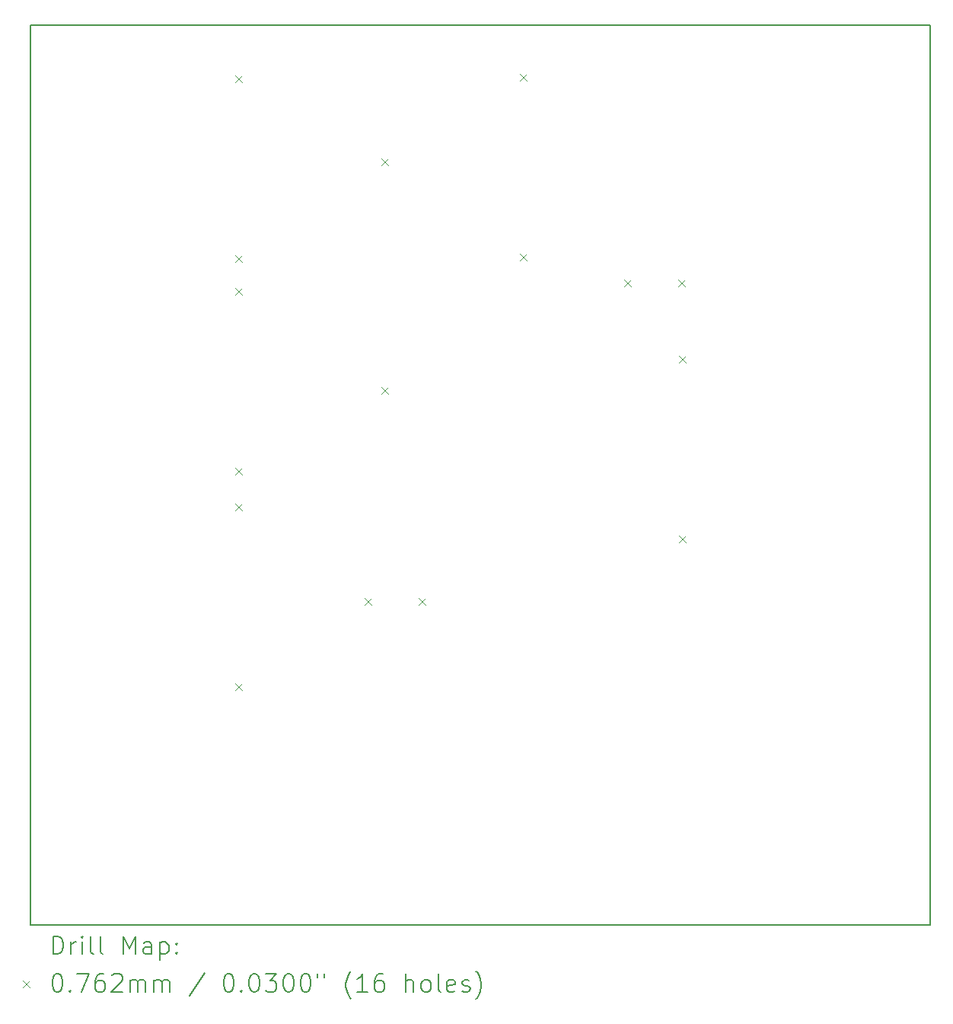
<source format=gbr>
%TF.GenerationSoftware,KiCad,Pcbnew,(6.0.7)*%
%TF.CreationDate,2022-09-05T15:15:02+08:00*%
%TF.ProjectId,6_7,365f372e-6b69-4636-9164-5f7063625858,rev?*%
%TF.SameCoordinates,Original*%
%TF.FileFunction,Drillmap*%
%TF.FilePolarity,Positive*%
%FSLAX45Y45*%
G04 Gerber Fmt 4.5, Leading zero omitted, Abs format (unit mm)*
G04 Created by KiCad (PCBNEW (6.0.7)) date 2022-09-05 15:15:02*
%MOMM*%
%LPD*%
G01*
G04 APERTURE LIST*
%ADD10C,0.200000*%
%ADD11C,0.076200*%
G04 APERTURE END LIST*
D10*
X1200000Y-1200000D02*
X11200000Y-1200000D01*
X11200000Y-1200000D02*
X11200000Y-11200000D01*
X11200000Y-11200000D02*
X1200000Y-11200000D01*
X1200000Y-11200000D02*
X1200000Y-1200000D01*
D11*
X3469640Y-1753360D02*
X3545840Y-1829560D01*
X3545840Y-1753360D02*
X3469640Y-1829560D01*
X3469640Y-3753360D02*
X3545840Y-3829560D01*
X3545840Y-3753360D02*
X3469640Y-3829560D01*
X3469640Y-4115560D02*
X3545840Y-4191760D01*
X3545840Y-4115560D02*
X3469640Y-4191760D01*
X3469640Y-6115560D02*
X3545840Y-6191760D01*
X3545840Y-6115560D02*
X3469640Y-6191760D01*
X3469640Y-6513320D02*
X3545840Y-6589520D01*
X3545840Y-6513320D02*
X3469640Y-6589520D01*
X3469640Y-8513320D02*
X3545840Y-8589520D01*
X3545840Y-8513320D02*
X3469640Y-8589520D01*
X4914620Y-7561580D02*
X4990820Y-7637780D01*
X4990820Y-7561580D02*
X4914620Y-7637780D01*
X5100320Y-2677160D02*
X5176520Y-2753360D01*
X5176520Y-2677160D02*
X5100320Y-2753360D01*
X5100320Y-5217160D02*
X5176520Y-5293360D01*
X5176520Y-5217160D02*
X5100320Y-5293360D01*
X5514620Y-7561580D02*
X5590820Y-7637780D01*
X5590820Y-7561580D02*
X5514620Y-7637780D01*
X6642100Y-1735580D02*
X6718300Y-1811780D01*
X6718300Y-1735580D02*
X6642100Y-1811780D01*
X6642100Y-3735580D02*
X6718300Y-3811780D01*
X6718300Y-3735580D02*
X6642100Y-3811780D01*
X7800060Y-4023360D02*
X7876260Y-4099560D01*
X7876260Y-4023360D02*
X7800060Y-4099560D01*
X8400060Y-4023360D02*
X8476260Y-4099560D01*
X8476260Y-4023360D02*
X8400060Y-4099560D01*
X8409940Y-4869940D02*
X8486140Y-4946140D01*
X8486140Y-4869940D02*
X8409940Y-4946140D01*
X8409940Y-6869940D02*
X8486140Y-6946140D01*
X8486140Y-6869940D02*
X8409940Y-6946140D01*
D10*
X1447619Y-11520476D02*
X1447619Y-11320476D01*
X1495238Y-11320476D01*
X1523809Y-11330000D01*
X1542857Y-11349048D01*
X1552381Y-11368095D01*
X1561905Y-11406190D01*
X1561905Y-11434762D01*
X1552381Y-11472857D01*
X1542857Y-11491905D01*
X1523809Y-11510952D01*
X1495238Y-11520476D01*
X1447619Y-11520476D01*
X1647619Y-11520476D02*
X1647619Y-11387143D01*
X1647619Y-11425238D02*
X1657143Y-11406190D01*
X1666667Y-11396667D01*
X1685714Y-11387143D01*
X1704762Y-11387143D01*
X1771428Y-11520476D02*
X1771428Y-11387143D01*
X1771428Y-11320476D02*
X1761905Y-11330000D01*
X1771428Y-11339524D01*
X1780952Y-11330000D01*
X1771428Y-11320476D01*
X1771428Y-11339524D01*
X1895238Y-11520476D02*
X1876190Y-11510952D01*
X1866667Y-11491905D01*
X1866667Y-11320476D01*
X2000000Y-11520476D02*
X1980952Y-11510952D01*
X1971428Y-11491905D01*
X1971428Y-11320476D01*
X2228571Y-11520476D02*
X2228571Y-11320476D01*
X2295238Y-11463333D01*
X2361905Y-11320476D01*
X2361905Y-11520476D01*
X2542857Y-11520476D02*
X2542857Y-11415714D01*
X2533333Y-11396667D01*
X2514286Y-11387143D01*
X2476190Y-11387143D01*
X2457143Y-11396667D01*
X2542857Y-11510952D02*
X2523810Y-11520476D01*
X2476190Y-11520476D01*
X2457143Y-11510952D01*
X2447619Y-11491905D01*
X2447619Y-11472857D01*
X2457143Y-11453809D01*
X2476190Y-11444286D01*
X2523810Y-11444286D01*
X2542857Y-11434762D01*
X2638095Y-11387143D02*
X2638095Y-11587143D01*
X2638095Y-11396667D02*
X2657143Y-11387143D01*
X2695238Y-11387143D01*
X2714286Y-11396667D01*
X2723810Y-11406190D01*
X2733333Y-11425238D01*
X2733333Y-11482381D01*
X2723810Y-11501428D01*
X2714286Y-11510952D01*
X2695238Y-11520476D01*
X2657143Y-11520476D01*
X2638095Y-11510952D01*
X2819048Y-11501428D02*
X2828571Y-11510952D01*
X2819048Y-11520476D01*
X2809524Y-11510952D01*
X2819048Y-11501428D01*
X2819048Y-11520476D01*
X2819048Y-11396667D02*
X2828571Y-11406190D01*
X2819048Y-11415714D01*
X2809524Y-11406190D01*
X2819048Y-11396667D01*
X2819048Y-11415714D01*
D11*
X1113800Y-11811900D02*
X1190000Y-11888100D01*
X1190000Y-11811900D02*
X1113800Y-11888100D01*
D10*
X1485714Y-11740476D02*
X1504762Y-11740476D01*
X1523809Y-11750000D01*
X1533333Y-11759524D01*
X1542857Y-11778571D01*
X1552381Y-11816667D01*
X1552381Y-11864286D01*
X1542857Y-11902381D01*
X1533333Y-11921428D01*
X1523809Y-11930952D01*
X1504762Y-11940476D01*
X1485714Y-11940476D01*
X1466667Y-11930952D01*
X1457143Y-11921428D01*
X1447619Y-11902381D01*
X1438095Y-11864286D01*
X1438095Y-11816667D01*
X1447619Y-11778571D01*
X1457143Y-11759524D01*
X1466667Y-11750000D01*
X1485714Y-11740476D01*
X1638095Y-11921428D02*
X1647619Y-11930952D01*
X1638095Y-11940476D01*
X1628571Y-11930952D01*
X1638095Y-11921428D01*
X1638095Y-11940476D01*
X1714286Y-11740476D02*
X1847619Y-11740476D01*
X1761905Y-11940476D01*
X2009524Y-11740476D02*
X1971428Y-11740476D01*
X1952381Y-11750000D01*
X1942857Y-11759524D01*
X1923809Y-11788095D01*
X1914286Y-11826190D01*
X1914286Y-11902381D01*
X1923809Y-11921428D01*
X1933333Y-11930952D01*
X1952381Y-11940476D01*
X1990476Y-11940476D01*
X2009524Y-11930952D01*
X2019048Y-11921428D01*
X2028571Y-11902381D01*
X2028571Y-11854762D01*
X2019048Y-11835714D01*
X2009524Y-11826190D01*
X1990476Y-11816667D01*
X1952381Y-11816667D01*
X1933333Y-11826190D01*
X1923809Y-11835714D01*
X1914286Y-11854762D01*
X2104762Y-11759524D02*
X2114286Y-11750000D01*
X2133333Y-11740476D01*
X2180952Y-11740476D01*
X2200000Y-11750000D01*
X2209524Y-11759524D01*
X2219048Y-11778571D01*
X2219048Y-11797619D01*
X2209524Y-11826190D01*
X2095238Y-11940476D01*
X2219048Y-11940476D01*
X2304762Y-11940476D02*
X2304762Y-11807143D01*
X2304762Y-11826190D02*
X2314286Y-11816667D01*
X2333333Y-11807143D01*
X2361905Y-11807143D01*
X2380952Y-11816667D01*
X2390476Y-11835714D01*
X2390476Y-11940476D01*
X2390476Y-11835714D02*
X2400000Y-11816667D01*
X2419048Y-11807143D01*
X2447619Y-11807143D01*
X2466667Y-11816667D01*
X2476190Y-11835714D01*
X2476190Y-11940476D01*
X2571429Y-11940476D02*
X2571429Y-11807143D01*
X2571429Y-11826190D02*
X2580952Y-11816667D01*
X2600000Y-11807143D01*
X2628571Y-11807143D01*
X2647619Y-11816667D01*
X2657143Y-11835714D01*
X2657143Y-11940476D01*
X2657143Y-11835714D02*
X2666667Y-11816667D01*
X2685714Y-11807143D01*
X2714286Y-11807143D01*
X2733333Y-11816667D01*
X2742857Y-11835714D01*
X2742857Y-11940476D01*
X3133333Y-11730952D02*
X2961905Y-11988095D01*
X3390476Y-11740476D02*
X3409524Y-11740476D01*
X3428571Y-11750000D01*
X3438095Y-11759524D01*
X3447619Y-11778571D01*
X3457143Y-11816667D01*
X3457143Y-11864286D01*
X3447619Y-11902381D01*
X3438095Y-11921428D01*
X3428571Y-11930952D01*
X3409524Y-11940476D01*
X3390476Y-11940476D01*
X3371428Y-11930952D01*
X3361905Y-11921428D01*
X3352381Y-11902381D01*
X3342857Y-11864286D01*
X3342857Y-11816667D01*
X3352381Y-11778571D01*
X3361905Y-11759524D01*
X3371428Y-11750000D01*
X3390476Y-11740476D01*
X3542857Y-11921428D02*
X3552381Y-11930952D01*
X3542857Y-11940476D01*
X3533333Y-11930952D01*
X3542857Y-11921428D01*
X3542857Y-11940476D01*
X3676190Y-11740476D02*
X3695238Y-11740476D01*
X3714286Y-11750000D01*
X3723809Y-11759524D01*
X3733333Y-11778571D01*
X3742857Y-11816667D01*
X3742857Y-11864286D01*
X3733333Y-11902381D01*
X3723809Y-11921428D01*
X3714286Y-11930952D01*
X3695238Y-11940476D01*
X3676190Y-11940476D01*
X3657143Y-11930952D01*
X3647619Y-11921428D01*
X3638095Y-11902381D01*
X3628571Y-11864286D01*
X3628571Y-11816667D01*
X3638095Y-11778571D01*
X3647619Y-11759524D01*
X3657143Y-11750000D01*
X3676190Y-11740476D01*
X3809524Y-11740476D02*
X3933333Y-11740476D01*
X3866667Y-11816667D01*
X3895238Y-11816667D01*
X3914286Y-11826190D01*
X3923809Y-11835714D01*
X3933333Y-11854762D01*
X3933333Y-11902381D01*
X3923809Y-11921428D01*
X3914286Y-11930952D01*
X3895238Y-11940476D01*
X3838095Y-11940476D01*
X3819048Y-11930952D01*
X3809524Y-11921428D01*
X4057143Y-11740476D02*
X4076190Y-11740476D01*
X4095238Y-11750000D01*
X4104762Y-11759524D01*
X4114286Y-11778571D01*
X4123809Y-11816667D01*
X4123809Y-11864286D01*
X4114286Y-11902381D01*
X4104762Y-11921428D01*
X4095238Y-11930952D01*
X4076190Y-11940476D01*
X4057143Y-11940476D01*
X4038095Y-11930952D01*
X4028571Y-11921428D01*
X4019048Y-11902381D01*
X4009524Y-11864286D01*
X4009524Y-11816667D01*
X4019048Y-11778571D01*
X4028571Y-11759524D01*
X4038095Y-11750000D01*
X4057143Y-11740476D01*
X4247619Y-11740476D02*
X4266667Y-11740476D01*
X4285714Y-11750000D01*
X4295238Y-11759524D01*
X4304762Y-11778571D01*
X4314286Y-11816667D01*
X4314286Y-11864286D01*
X4304762Y-11902381D01*
X4295238Y-11921428D01*
X4285714Y-11930952D01*
X4266667Y-11940476D01*
X4247619Y-11940476D01*
X4228571Y-11930952D01*
X4219048Y-11921428D01*
X4209524Y-11902381D01*
X4200000Y-11864286D01*
X4200000Y-11816667D01*
X4209524Y-11778571D01*
X4219048Y-11759524D01*
X4228571Y-11750000D01*
X4247619Y-11740476D01*
X4390476Y-11740476D02*
X4390476Y-11778571D01*
X4466667Y-11740476D02*
X4466667Y-11778571D01*
X4761905Y-12016667D02*
X4752381Y-12007143D01*
X4733333Y-11978571D01*
X4723810Y-11959524D01*
X4714286Y-11930952D01*
X4704762Y-11883333D01*
X4704762Y-11845238D01*
X4714286Y-11797619D01*
X4723810Y-11769048D01*
X4733333Y-11750000D01*
X4752381Y-11721428D01*
X4761905Y-11711905D01*
X4942857Y-11940476D02*
X4828571Y-11940476D01*
X4885714Y-11940476D02*
X4885714Y-11740476D01*
X4866667Y-11769048D01*
X4847619Y-11788095D01*
X4828571Y-11797619D01*
X5114286Y-11740476D02*
X5076190Y-11740476D01*
X5057143Y-11750000D01*
X5047619Y-11759524D01*
X5028571Y-11788095D01*
X5019048Y-11826190D01*
X5019048Y-11902381D01*
X5028571Y-11921428D01*
X5038095Y-11930952D01*
X5057143Y-11940476D01*
X5095238Y-11940476D01*
X5114286Y-11930952D01*
X5123810Y-11921428D01*
X5133333Y-11902381D01*
X5133333Y-11854762D01*
X5123810Y-11835714D01*
X5114286Y-11826190D01*
X5095238Y-11816667D01*
X5057143Y-11816667D01*
X5038095Y-11826190D01*
X5028571Y-11835714D01*
X5019048Y-11854762D01*
X5371429Y-11940476D02*
X5371429Y-11740476D01*
X5457143Y-11940476D02*
X5457143Y-11835714D01*
X5447619Y-11816667D01*
X5428571Y-11807143D01*
X5400000Y-11807143D01*
X5380952Y-11816667D01*
X5371429Y-11826190D01*
X5580952Y-11940476D02*
X5561905Y-11930952D01*
X5552381Y-11921428D01*
X5542857Y-11902381D01*
X5542857Y-11845238D01*
X5552381Y-11826190D01*
X5561905Y-11816667D01*
X5580952Y-11807143D01*
X5609524Y-11807143D01*
X5628571Y-11816667D01*
X5638095Y-11826190D01*
X5647619Y-11845238D01*
X5647619Y-11902381D01*
X5638095Y-11921428D01*
X5628571Y-11930952D01*
X5609524Y-11940476D01*
X5580952Y-11940476D01*
X5761905Y-11940476D02*
X5742857Y-11930952D01*
X5733333Y-11911905D01*
X5733333Y-11740476D01*
X5914286Y-11930952D02*
X5895238Y-11940476D01*
X5857143Y-11940476D01*
X5838095Y-11930952D01*
X5828571Y-11911905D01*
X5828571Y-11835714D01*
X5838095Y-11816667D01*
X5857143Y-11807143D01*
X5895238Y-11807143D01*
X5914286Y-11816667D01*
X5923809Y-11835714D01*
X5923809Y-11854762D01*
X5828571Y-11873809D01*
X6000000Y-11930952D02*
X6019048Y-11940476D01*
X6057143Y-11940476D01*
X6076190Y-11930952D01*
X6085714Y-11911905D01*
X6085714Y-11902381D01*
X6076190Y-11883333D01*
X6057143Y-11873809D01*
X6028571Y-11873809D01*
X6009524Y-11864286D01*
X6000000Y-11845238D01*
X6000000Y-11835714D01*
X6009524Y-11816667D01*
X6028571Y-11807143D01*
X6057143Y-11807143D01*
X6076190Y-11816667D01*
X6152381Y-12016667D02*
X6161905Y-12007143D01*
X6180952Y-11978571D01*
X6190476Y-11959524D01*
X6200000Y-11930952D01*
X6209524Y-11883333D01*
X6209524Y-11845238D01*
X6200000Y-11797619D01*
X6190476Y-11769048D01*
X6180952Y-11750000D01*
X6161905Y-11721428D01*
X6152381Y-11711905D01*
M02*

</source>
